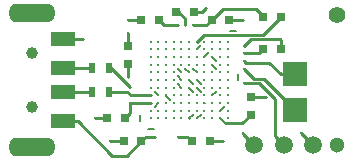
<source format=gtl>
G04 #@! TF.FileFunction,Copper,L1,Top,Signal*
%FSLAX46Y46*%
G04 Gerber Fmt 4.6, Leading zero omitted, Abs format (unit mm)*
G04 Created by KiCad (PCBNEW 4.0.4-stable) date 11/24/16 00:35:13*
%MOMM*%
%LPD*%
G01*
G04 APERTURE LIST*
%ADD10C,0.100000*%
%ADD11R,0.750000X0.800000*%
%ADD12O,4.000000X1.600000*%
%ADD13C,1.000000*%
%ADD14R,2.000000X1.200000*%
%ADD15C,0.304800*%
%ADD16R,2.000000X2.000000*%
%ADD17R,0.800000X0.750000*%
%ADD18C,1.500000*%
%ADD19R,0.500000X0.900000*%
%ADD20R,0.700000X0.750000*%
%ADD21C,1.300000*%
%ADD22C,1.400000*%
%ADD23C,0.327000*%
%ADD24C,0.127000*%
%ADD25C,0.254000*%
G04 APERTURE END LIST*
D10*
D11*
X110800000Y-105600000D03*
X110800000Y-104100000D03*
D12*
X102700000Y-112700000D03*
D13*
X102700000Y-109250000D03*
D14*
X105300000Y-110500000D03*
X105300000Y-108000000D03*
X105300000Y-106000000D03*
X105300000Y-103500000D03*
D13*
X102700000Y-104750000D03*
D12*
X102700000Y-101300000D03*
D15*
X112750000Y-103750000D03*
X113400000Y-103750000D03*
X114050000Y-103750000D03*
X114700000Y-103750000D03*
X115350000Y-103750000D03*
X116000000Y-103750000D03*
X116650000Y-103750000D03*
X117300000Y-103750000D03*
X117950000Y-103750000D03*
X118600000Y-103750000D03*
X119250000Y-103750000D03*
X112750000Y-104400000D03*
X113400000Y-104400000D03*
X114050000Y-104400000D03*
X114700000Y-104400000D03*
X115350000Y-104400000D03*
X116000000Y-104400000D03*
X116650000Y-104400000D03*
X117300000Y-104400000D03*
X117950000Y-104400000D03*
X118600000Y-104400000D03*
X119250000Y-104400000D03*
X112750000Y-105050000D03*
X113400000Y-105050000D03*
X114050000Y-105050000D03*
X114700000Y-105050000D03*
X115350000Y-105050000D03*
X116000000Y-105050000D03*
X116650000Y-105050000D03*
X117300000Y-105050000D03*
X117950000Y-105050000D03*
X118600000Y-105050000D03*
X119250000Y-105050000D03*
X112750000Y-105700000D03*
X113400000Y-105700000D03*
X114050000Y-105700000D03*
X114700000Y-105700000D03*
X115350000Y-105700000D03*
X116000000Y-105700000D03*
X116650000Y-105700000D03*
X117300000Y-105700000D03*
X117950000Y-105700000D03*
X118600000Y-105700000D03*
X119250000Y-105700000D03*
X112750000Y-106350000D03*
X113400000Y-106350000D03*
X114050000Y-106350000D03*
X114700000Y-106350000D03*
X115350000Y-106350000D03*
X116000000Y-106350000D03*
X116650000Y-106350000D03*
X117300000Y-106350000D03*
X117950000Y-106350000D03*
X118600000Y-106350000D03*
X119250000Y-106350000D03*
X112750000Y-107000000D03*
X113400000Y-107000000D03*
X114050000Y-107000000D03*
X114700000Y-107000000D03*
X115350000Y-107000000D03*
X116000000Y-107000000D03*
X116650000Y-107000000D03*
X117300000Y-107000000D03*
X117950000Y-107000000D03*
X118600000Y-107000000D03*
X119250000Y-107000000D03*
X112750000Y-107650000D03*
X113400000Y-107650000D03*
X114050000Y-107650000D03*
X114700000Y-107650000D03*
X115350000Y-107650000D03*
X116000000Y-107650000D03*
X116650000Y-107650000D03*
X117300000Y-107650000D03*
X117950000Y-107650000D03*
X118600000Y-107650000D03*
X119250000Y-107650000D03*
X112750000Y-108300000D03*
X113400000Y-108300000D03*
X114050000Y-108300000D03*
X114700000Y-108300000D03*
X115350000Y-108300000D03*
X116000000Y-108300000D03*
X116650000Y-108300000D03*
X117300000Y-108300000D03*
X117950000Y-108300000D03*
X118600000Y-108300000D03*
X119250000Y-108300000D03*
X112750000Y-108950000D03*
X113400000Y-108950000D03*
X114050000Y-108950000D03*
X114700000Y-108950000D03*
X115350000Y-108950000D03*
X116000000Y-108950000D03*
X116650000Y-108950000D03*
X117300000Y-108950000D03*
X117950000Y-108950000D03*
X118600000Y-108950000D03*
X119250000Y-108950000D03*
X112750000Y-109600000D03*
X113400000Y-109600000D03*
X114050000Y-109600000D03*
X114700000Y-109600000D03*
X115350000Y-109600000D03*
X116000000Y-109600000D03*
X116650000Y-109600000D03*
X117300000Y-109600000D03*
X117950000Y-109600000D03*
X118600000Y-109600000D03*
X119250000Y-109600000D03*
X112750000Y-110250000D03*
X113400000Y-110250000D03*
X114050000Y-110250000D03*
X114700000Y-110250000D03*
X115350000Y-110250000D03*
X116000000Y-110250000D03*
X116650000Y-110250000D03*
X117300000Y-110250000D03*
X117950000Y-110250000D03*
X118600000Y-110250000D03*
X119250000Y-110250000D03*
D16*
X125000000Y-109500000D03*
X125000000Y-106500000D03*
D17*
X111950000Y-112200000D03*
X110450000Y-112200000D03*
X116250000Y-112200000D03*
X117750000Y-112200000D03*
X117900000Y-101900000D03*
X119400000Y-101900000D03*
X114915000Y-101240000D03*
X116415000Y-101240000D03*
X113450000Y-101900000D03*
X111950000Y-101900000D03*
D11*
X121200000Y-109950000D03*
X121200000Y-108450000D03*
D18*
X121500000Y-112500000D03*
X124000000Y-112500000D03*
X126500000Y-112500000D03*
D17*
X110550000Y-110200000D03*
X109050000Y-110200000D03*
D19*
X109250000Y-106000000D03*
X107750000Y-106000000D03*
X109250000Y-108000000D03*
X107750000Y-108000000D03*
D20*
X122250000Y-104375000D03*
X123750000Y-104375000D03*
X122250000Y-101625000D03*
X123750000Y-101625000D03*
D21*
X128500000Y-112500000D03*
D22*
X128500000Y-101500000D03*
D23*
X113090000Y-111790000D03*
X113086821Y-109286821D03*
X125500000Y-111500000D03*
X110800000Y-101900000D03*
X120600000Y-101900000D03*
X117400000Y-100900000D03*
X122500000Y-108450000D03*
X118900000Y-112200000D03*
X109300000Y-112200000D03*
X110800000Y-103000000D03*
X116325000Y-107325000D03*
X108000000Y-110200000D03*
X107000000Y-103500000D03*
X118915000Y-109290000D03*
X116349106Y-109925000D03*
X116986821Y-107336821D03*
X116986821Y-107986821D03*
X116336821Y-107986821D03*
X114375000Y-108649106D03*
X110800000Y-106700000D03*
X119015000Y-110665000D03*
X111000000Y-108950000D03*
X115040000Y-111790000D03*
X115040000Y-107340000D03*
X115040000Y-106690000D03*
X116340000Y-102340000D03*
X116340000Y-106040000D03*
X115040000Y-102340000D03*
X115040000Y-106040000D03*
X115690000Y-102340000D03*
X115690000Y-106040000D03*
X120550000Y-111500000D03*
X116986821Y-109936821D03*
X120675000Y-107250000D03*
X118250000Y-108000000D03*
X111000000Y-107615000D03*
X113090000Y-107990000D03*
X120675000Y-104725000D03*
X117625000Y-104725000D03*
X120675000Y-104100000D03*
X116950000Y-104100000D03*
X120675000Y-106025000D03*
X118286821Y-106036821D03*
X120675000Y-105375000D03*
X118275000Y-105375000D03*
D24*
X111850000Y-110000000D02*
X111850000Y-110500000D01*
X120150000Y-106500000D02*
X120150000Y-107000000D01*
X119500000Y-102850000D02*
X120000000Y-102850000D01*
X112500000Y-111150000D02*
X113000000Y-111150000D01*
D25*
X109454000Y-113400000D02*
X110725000Y-113400000D01*
X111925000Y-112200000D02*
X111950000Y-112200000D01*
X110725000Y-113400000D02*
X111925000Y-112200000D01*
X113090000Y-111790000D02*
X112360000Y-111790000D01*
X112360000Y-111790000D02*
X111950000Y-112200000D01*
X106554000Y-110500000D02*
X109454000Y-113400000D01*
X105300000Y-110500000D02*
X106554000Y-110500000D01*
D24*
X113400000Y-108950000D02*
X113400000Y-108973642D01*
X113400000Y-108973642D02*
X113086821Y-109286821D01*
D25*
X126500000Y-112500000D02*
X125500000Y-111500000D01*
X111950000Y-101900000D02*
X110800000Y-101900000D01*
X119400000Y-101900000D02*
X120600000Y-101900000D01*
X116415000Y-101240000D02*
X117060000Y-101240000D01*
X117060000Y-101240000D02*
X117400000Y-100900000D01*
X121200000Y-108450000D02*
X122500000Y-108450000D01*
X117750000Y-112200000D02*
X118900000Y-112200000D01*
X110450000Y-112200000D02*
X109300000Y-112200000D01*
X110800000Y-103446000D02*
X110800000Y-103000000D01*
X110800000Y-104100000D02*
X110800000Y-103446000D01*
D24*
X116000000Y-107000000D02*
X116325000Y-107325000D01*
D25*
X109050000Y-110200000D02*
X108000000Y-110200000D01*
X105300000Y-103500000D02*
X107000000Y-103500000D01*
D24*
X118600000Y-109600000D02*
X118605000Y-109600000D01*
X118605000Y-109600000D02*
X118915000Y-109290000D01*
D25*
X116000000Y-110250000D02*
X116024106Y-110250000D01*
D24*
X116024106Y-110250000D02*
X116349106Y-109925000D01*
X116650000Y-107000000D02*
X116986821Y-107336821D01*
X116650000Y-107650000D02*
X116986821Y-107986821D01*
X116000000Y-107650000D02*
X116336821Y-107986821D01*
X114050000Y-108300000D02*
X114050000Y-108324106D01*
X114050000Y-108324106D02*
X114375000Y-108649106D01*
D25*
X122250000Y-101625000D02*
X122250000Y-101600000D01*
X122250000Y-101600000D02*
X121646000Y-100996000D01*
X121646000Y-100996000D02*
X118829000Y-100996000D01*
X118829000Y-100996000D02*
X117925000Y-101900000D01*
X117925000Y-101900000D02*
X117900000Y-101900000D01*
X115040000Y-102340000D02*
X113890000Y-102340000D01*
X113890000Y-102340000D02*
X113450000Y-101900000D01*
X116340000Y-102340000D02*
X117460000Y-102340000D01*
X117460000Y-102340000D02*
X117900000Y-101900000D01*
X119015000Y-110665000D02*
X120485000Y-110665000D01*
X120485000Y-110665000D02*
X121200000Y-109950000D01*
X115040000Y-111790000D02*
X115840000Y-111790000D01*
X115840000Y-111790000D02*
X116250000Y-112200000D01*
X110800000Y-106700000D02*
X110800000Y-105600000D01*
X115690000Y-102340000D02*
X115690000Y-101815000D01*
X115690000Y-101815000D02*
X115115000Y-101240000D01*
X111000000Y-108950000D02*
X111000000Y-109750000D01*
X111000000Y-109750000D02*
X110550000Y-110200000D01*
X112750000Y-108950000D02*
X111000000Y-108950000D01*
D24*
X118600000Y-110250000D02*
X119015000Y-110665000D01*
X115350000Y-107650000D02*
X115040000Y-107340000D01*
X115350000Y-107000000D02*
X115040000Y-106690000D01*
X116650000Y-106350000D02*
X116340000Y-106040000D01*
X115350000Y-106350000D02*
X115040000Y-106040000D01*
X116000000Y-106350000D02*
X115690000Y-106040000D01*
X115350000Y-106350000D02*
X115325428Y-106350000D01*
D25*
X120550000Y-111500000D02*
X120550000Y-111550000D01*
X120550000Y-111550000D02*
X121500000Y-112500000D01*
D24*
X116650000Y-110250000D02*
X116673642Y-110250000D01*
X116673642Y-110250000D02*
X116986821Y-109936821D01*
X116650000Y-110250000D02*
X116655000Y-110250000D01*
D25*
X120675000Y-107250000D02*
X121917902Y-107250000D01*
X121917902Y-107250000D02*
X123250001Y-108582099D01*
X123250001Y-108582099D02*
X123250001Y-111750001D01*
X123250001Y-111750001D02*
X124000000Y-112500000D01*
D24*
X117950000Y-108300000D02*
X118250000Y-108000000D01*
X117950000Y-108300000D02*
X117973642Y-108300000D01*
D25*
X109250000Y-108000000D02*
X110767098Y-108000000D01*
X110767098Y-108000000D02*
X111067098Y-108300000D01*
X111067098Y-108300000D02*
X112534474Y-108300000D01*
X112534474Y-108300000D02*
X112750000Y-108300000D01*
X105300000Y-106000000D02*
X107750000Y-106000000D01*
X109250000Y-106000000D02*
X109385000Y-106000000D01*
X109385000Y-106000000D02*
X111000000Y-107615000D01*
D24*
X113400000Y-108300000D02*
X113090000Y-107990000D01*
D25*
X105300000Y-108000000D02*
X107750000Y-108000000D01*
X121900000Y-104725000D02*
X122250000Y-104375000D01*
X120675000Y-104725000D02*
X121900000Y-104725000D01*
D24*
X117300000Y-105050000D02*
X117625000Y-104725000D01*
D25*
X120675000Y-104100000D02*
X121226480Y-103548520D01*
X121226480Y-103548520D02*
X123673520Y-103548520D01*
X123673520Y-103548520D02*
X123750000Y-103625000D01*
X123750000Y-103625000D02*
X123750000Y-104375000D01*
D24*
X116650000Y-104400000D02*
X116950000Y-104100000D01*
D25*
X122232490Y-103167510D02*
X123750000Y-101650000D01*
X123750000Y-101650000D02*
X123750000Y-101625000D01*
X117232490Y-103167510D02*
X122232490Y-103167510D01*
X116650000Y-103750000D02*
X117232490Y-103167510D01*
X120675000Y-106025000D02*
X121518990Y-106868990D01*
X121518990Y-106868990D02*
X122368990Y-106868990D01*
X122368990Y-106868990D02*
X125000000Y-109500000D01*
D24*
X117950000Y-105700000D02*
X118286821Y-106036821D01*
D25*
X120675000Y-105375000D02*
X120838499Y-105538499D01*
X120838499Y-105538499D02*
X122784499Y-105538499D01*
X122784499Y-105538499D02*
X123746000Y-106500000D01*
X123746000Y-106500000D02*
X125000000Y-106500000D01*
D24*
X117950000Y-105050000D02*
X118275000Y-105375000D01*
X117300000Y-108950000D02*
X117305000Y-108950000D01*
M02*

</source>
